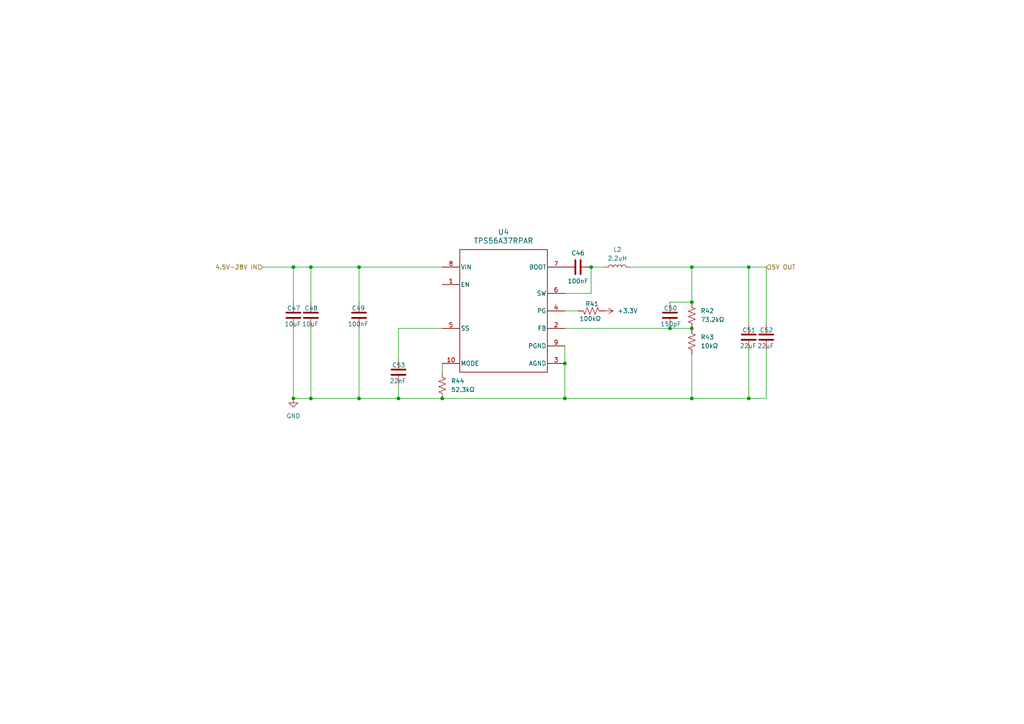
<source format=kicad_sch>
(kicad_sch (version 20231120) (generator "eeschema") (generator_version "8.0")
  (paper "A4")
  (lib_symbols
    (symbol "CM5IO:TPS56A37RPAR" (pin_names (offset 0.254))
      (property "Reference" "U" (at 0 2.54 0))
      (property "Value" "TPS56A37RPAR" (at 0 0 0))
      (symbol "TPS56A37RPAR_0_1"
        (polyline (pts (xy 5.08 -30.48) (xy 30.48 -30.48)) (stroke (width 0.2032)))
        (polyline (pts (xy 5.08 5.08) (xy 5.08 -30.48)) (stroke (width 0.2032)))
        (polyline (pts (xy 30.48 -30.48) (xy 30.48 5.08)) (stroke (width 0.2032)))
        (polyline (pts (xy 30.48 5.08) (xy 5.08 5.08)) (stroke (width 0.2032)))
        (pin input line (at 0 -5.08 0) (length 5.08) (name "EN") (number "1"))
        (pin unspecified line (at 0 -27.94 0) (length 5.08) (name "MODE") (number "10"))
        (pin unspecified line (at 35.56 -17.78 180) (length 5.08) (name "FB") (number "2"))
        (pin power_in line (at 35.56 -27.94 180) (length 5.08) (name "AGND") (number "3"))
        (pin open_collector line (at 35.56 -12.7 180) (length 5.08) (name "PG") (number "4"))
        (pin unspecified line (at 0 -17.78 0) (length 5.08) (name "SS") (number "5"))
        (pin unspecified line (at 35.56 -7.62 180) (length 5.08) (name "SW") (number "6"))
        (pin unspecified line (at 35.56 0 180) (length 5.08) (name "BOOT") (number "7"))
        (pin power_in line (at 0 0 0) (length 5.08) (name "VIN") (number "8"))
        (pin power_in line (at 35.56 -22.86 180) (length 5.08) (name "PGND") (number "9"))
      )
    )
    (symbol "Device:C" (pin_numbers hide) (pin_names (offset 0.254))
      (property "Reference" "C" (at 0.635 2.54 0))
      (property "Value" "C" (at 0.635 -2.54 0))
      (symbol "C_0_1"
        (polyline (pts (xy -2.032 -0.762) (xy 2.032 -0.762)) (stroke (width 0.508)))
        (polyline (pts (xy -2.032 0.762) (xy 2.032 0.762)) (stroke (width 0.508)))
      )
      (symbol "C_1_1"
        (pin passive line (at 0 3.81 270) (length 2.794) (name "~") (number "1"))
        (pin passive line (at 0 -3.81 90) (length 2.794) (name "~") (number "2"))
      )
    )
    (symbol "Device:L" (pin_numbers hide) (pin_names (offset 1.016) hide)
      (property "Reference" "L" (at -1.27 0 90))
      (property "Value" "L" (at 1.905 0 90))
      (symbol "L_0_1"
        (arc (start 0 -2.54) (mid 0.6323 -1.905) (end 0 -1.27))
        (arc (start 0 -1.27) (mid 0.6323 -0.635) (end 0 0))
        (arc (start 0 0) (mid 0.6323 0.635) (end 0 1.27))
        (arc (start 0 1.27) (mid 0.6323 1.905) (end 0 2.54))
      )
      (symbol "L_1_1"
        (pin passive line (at 0 3.81 270) (length 1.27) (name "1") (number "1"))
        (pin passive line (at 0 -3.81 90) (length 1.27) (name "2") (number "2"))
      )
    )
    (symbol "Device:R_US" (pin_numbers hide) (pin_names (offset 0))
      (property "Reference" "R" (at 2.54 0 90))
      (property "Value" "R_US" (at -2.54 0 90))
      (symbol "R_US_0_1"
        (polyline (pts (xy 0 -2.286) (xy 0 -2.54)))
        (polyline (pts (xy 0 2.286) (xy 0 2.54)))
        (polyline (pts (xy 0 -0.762) (xy 1.016 -1.143) (xy 0 -1.524) (xy -1.016 -1.905) (xy 0 -2.286)))
        (polyline (pts (xy 0 0.762) (xy 1.016 0.381) (xy 0 0) (xy -1.016 -0.381) (xy 0 -0.762)))
        (polyline (pts (xy 0 2.286) (xy 1.016 1.905) (xy 0 1.524) (xy -1.016 1.143) (xy 0 0.762)))
      )
      (symbol "R_US_1_1"
        (pin passive line (at 0 3.81 270) (length 1.27) (name "~") (number "1"))
        (pin passive line (at 0 -3.81 90) (length 1.27) (name "~") (number "2"))
      )
    )
    (symbol "power:+3.3V" (power) (pin_numbers hide) (pin_names (offset 0) hide)
      (property "Value" "+3.3V" (at 0 3.556 0))
      (symbol "+3.3V_0_1"
        (polyline (pts (xy -0.762 1.27) (xy 0 2.54)))
        (polyline (pts (xy 0 0) (xy 0 2.54)))
        (polyline (pts (xy 0 2.54) (xy 0.762 1.27)))
      )
      (symbol "+3.3V_1_1"
        (pin power_in line (at 0 0 90) (length 0) (name "~") (number "1"))
      )
    )
    (symbol "power:GND" (power) (pin_numbers hide) (pin_names (offset 0) hide)
      (property "Value" "GND" (at 0 -3.81 0))
      (symbol "GND_0_1"
        (polyline (pts (xy 0 0) (xy 0 -1.27) (xy 1.27 -1.27) (xy 0 -2.54) (xy -1.27 -1.27) (xy 0 -1.27)))
      )
      (symbol "GND_1_1"
        (pin power_in line (at 0 0 270) (length 0) (name "~") (number "1"))
      )
    )
  )
  (junction (at 200.66 95.25))
  (junction (at 217.17 77.47))
  (junction (at 128.27 115.57))
  (junction (at 104.14 77.47))
  (junction (at 171.45 77.47))
  (junction (at 104.14 115.57))
  (junction (at 163.83 105.41))
  (junction (at 85.09 115.57))
  (junction (at 217.17 115.57))
  (junction (at 200.66 115.57))
  (junction (at 194.31 95.25))
  (junction (at 200.66 77.47))
  (junction (at 115.57 115.57))
  (junction (at 90.17 77.47))
  (junction (at 90.17 115.57))
  (junction (at 163.83 115.57))
  (junction (at 200.66 87.63))
  (junction (at 85.09 77.47))
  (wire (pts (xy 171.45 85.09) (xy 171.45 77.47)))
  (wire (pts (xy 163.83 95.25) (xy 194.31 95.25)))
  (wire (pts (xy 104.14 77.47) (xy 128.27 77.47)))
  (wire (pts (xy 163.83 90.17) (xy 167.64 90.17)))
  (wire (pts (xy 222.25 115.57) (xy 217.17 115.57)))
  (wire (pts (xy 76.2 77.47) (xy 85.09 77.47)))
  (wire (pts (xy 200.66 77.47) (xy 200.66 87.63)))
  (wire (pts (xy 128.27 115.57) (xy 163.83 115.57)))
  (wire (pts (xy 104.14 87.63) (xy 104.14 77.47)))
  (wire (pts (xy 217.17 77.47) (xy 222.25 77.47)))
  (wire (pts (xy 90.17 77.47) (xy 104.14 77.47)))
  (wire (pts (xy 217.17 101.6) (xy 217.17 115.57)))
  (wire (pts (xy 194.31 95.25) (xy 200.66 95.25)))
  (wire (pts (xy 200.66 115.57) (xy 163.83 115.57)))
  (wire (pts (xy 163.83 85.09) (xy 171.45 85.09)))
  (wire (pts (xy 115.57 104.14) (xy 115.57 95.25)))
  (wire (pts (xy 90.17 87.63) (xy 90.17 77.47)))
  (wire (pts (xy 85.09 95.25) (xy 85.09 115.57)))
  (wire (pts (xy 217.17 93.98) (xy 217.17 77.47)))
  (wire (pts (xy 175.26 77.47) (xy 171.45 77.47)))
  (wire (pts (xy 115.57 95.25) (xy 128.27 95.25)))
  (wire (pts (xy 90.17 115.57) (xy 104.14 115.57)))
  (wire (pts (xy 217.17 115.57) (xy 200.66 115.57)))
  (wire (pts (xy 222.25 93.98) (xy 222.25 77.47)))
  (wire (pts (xy 128.27 107.95) (xy 128.27 105.41)))
  (wire (pts (xy 90.17 95.25) (xy 90.17 115.57)))
  (wire (pts (xy 85.09 87.63) (xy 85.09 77.47)))
  (wire (pts (xy 163.83 100.33) (xy 163.83 105.41)))
  (wire (pts (xy 200.66 102.87) (xy 200.66 115.57)))
  (wire (pts (xy 200.66 77.47) (xy 217.17 77.47)))
  (wire (pts (xy 85.09 77.47) (xy 90.17 77.47)))
  (wire (pts (xy 85.09 115.57) (xy 90.17 115.57)))
  (wire (pts (xy 194.31 87.63) (xy 200.66 87.63)))
  (wire (pts (xy 104.14 95.25) (xy 104.14 115.57)))
  (wire (pts (xy 222.25 101.6) (xy 222.25 115.57)))
  (wire (pts (xy 104.14 115.57) (xy 115.57 115.57)))
  (wire (pts (xy 163.83 105.41) (xy 163.83 115.57)))
  (wire (pts (xy 115.57 115.57) (xy 115.57 111.76)))
  (wire (pts (xy 182.88 77.47) (xy 200.66 77.47)))
  (wire (pts (xy 115.57 115.57) (xy 128.27 115.57)))
  (hierarchical_label "5V OUT" (shape input) (at 222.25 77.47 0))
  (hierarchical_label "4.5V-28V IN" (shape input) (at 76.2 77.47 180))
  (symbol (lib_id "Device:C") (at 115.57 107.95 0) (mirror x) (unit 1)
    (property "Reference" "C53" (at 117.602 105.918 0) (effects (justify right)))
    (property "Value" "22nF" (at 117.856 110.49 0) (effects (justify right)))
    (property "Footprint" "Capacitor_SMD:C_0402_1005Metric_Pad0.74x0.62mm_HandSolder" (effects (hide yes)))
    (property "Description" "Unpolarized capacitor" (effects (hide yes)))
    (instances (project "" (path "" (reference "C53") (unit 1))) (project "PiPortable" (path "" (reference "C10") (unit 1))))
  )
  (symbol (lib_id "Device:R_US") (at 200.66 91.44 0) (unit 1)
    (property "Reference" "R42" (at 203.2 90.1699 0) (effects (justify left)))
    (property "Value" "73.2kΩ" (at 203.2 92.7099 0) (effects (justify left)))
    (property "Footprint" "Resistor_SMD:R_0402_1005Metric_Pad0.72x0.64mm_HandSolder" (effects (hide yes)))
    (property "Description" "Resistor, US symbol" (effects (hide yes)))
    (instances (project "" (path "" (reference "R42") (unit 1))) (project "PiPortable" (path "" (reference "R10") (unit 1))))
  )
  (symbol (lib_id "Device:C") (at 222.25 97.79 0) (mirror x) (unit 1)
    (property "Reference" "C52" (at 224.282 95.758 0) (effects (justify right)))
    (property "Value" "22uF" (at 224.536 100.33 0) (effects (justify right)))
    (property "Footprint" "Capacitor_SMD:C_0603_1608Metric_Pad1.08x0.95mm_HandSolder" (effects (hide yes)))
    (property "Description" "Unpolarized capacitor" (effects (hide yes)))
    (instances (project "" (path "" (reference "C52") (unit 1))) (project "PiPortable" (path "" (reference "C9") (unit 1))))
  )
  (symbol (lib_id "Device:C") (at 194.31 91.44 180) (unit 1)
    (property "Reference" "C50" (at 192.532 89.408 0) (effects (justify right)))
    (property "Value" "150pF" (at 191.516 93.98 0) (effects (justify right)))
    (property "Footprint" "Capacitor_SMD:C_0603_1608Metric_Pad1.08x0.95mm_HandSolder" (effects (hide yes)))
    (property "Description" "Unpolarized capacitor" (effects (hide yes)))
    (instances (project "" (path "" (reference "C50") (unit 1))) (project "PiPortable" (path "" (reference "C7") (unit 1))))
  )
  (symbol (lib_id "Device:R_US") (at 171.45 90.17 270) (mirror x) (unit 1)
    (property "Reference" "R41" (at 171.704 88.138 90))
    (property "Value" "100kΩ" (at 171.196 92.456 90))
    (property "Footprint" "Resistor_SMD:R_0402_1005Metric_Pad0.72x0.64mm_HandSolder" (effects (hide yes)))
    (property "Description" "Resistor, US symbol" (effects (hide yes)))
    (instances (project "" (path "" (reference "R41") (unit 1))) (project "PiPortable" (path "" (reference "R9") (unit 1))))
  )
  (symbol (lib_id "Device:C") (at 104.14 91.44 0) (mirror x) (unit 1)
    (property "Reference" "C49" (at 105.918 89.408 0) (effects (justify right)))
    (property "Value" "100nF" (at 106.934 93.98 0) (effects (justify right)))
    (property "Footprint" "Capacitor_SMD:C_0402_1005Metric_Pad0.74x0.62mm_HandSolder" (effects (hide yes)))
    (property "Description" "Unpolarized capacitor" (effects (hide yes)))
    (instances (project "" (path "" (reference "C49") (unit 1))) (project "PiPortable" (path "" (reference "C6") (unit 1))))
  )
  (symbol (lib_id "Device:L") (at 179.07 77.47 90) (unit 1)
    (property "Reference" "L2" (at 179.07 72.39 90))
    (property "Value" "2.2uH" (at 179.07 74.93 90))
    (property "Footprint" "Inductor_SMD:L_Coilcraft_XAL7030-222" (effects (hide yes)))
    (property "Description" "Inductor" (effects (hide yes)))
    (instances (project "" (path "" (reference "L2") (unit 1))) (project "PiPortable" (path "" (reference "L1") (unit 1))))
  )
  (symbol (lib_id "CM5IO:TPS56A37RPAR") (at 128.27 77.47 0) (unit 1)
    (property "Reference" "U4" (at 146.05 67.31 0) (effects (font (size 1.524 1.524))))
    (property "Value" "TPS56A37RPAR" (at 146.05 69.85 0) (effects (font (size 1.524 1.524))))
    (property "Footprint" "CM5IO:RPA0010A-MFG" (effects (hide yes)))
    (property "Datasheet" "TPS56A37RPAR" (effects (hide yes)))
    (instances (project "" (path "" (reference "U4") (unit 1))) (project "PiPortable" (path "" (reference "U12") (unit 1))))
  )
  (symbol (lib_id "Device:C") (at 167.64 77.47 90) (unit 1)
    (property "Reference" "C46" (at 167.64 73.406 90))
    (property "Value" "100nF" (at 167.64 81.534 90))
    (property "Footprint" "Capacitor_SMD:C_0402_1005Metric_Pad0.74x0.62mm_HandSolder" (effects (hide yes)))
    (property "Description" "Unpolarized capacitor" (effects (hide yes)))
    (instances (project "" (path "" (reference "C46") (unit 1))) (project "PiPortable" (path "" (reference "C3") (unit 1))))
  )
  (symbol (lib_id "power:+3.3V") (at 175.26 90.17 270) (mirror x) (unit 1)
    (property "Reference" "#PWR042" (effects (hide yes)))
    (property "Value" "+3.3V" (at 179.07 90.1699 90) (effects (justify left)))
    (property "Description" "Power symbol creates a global label with name \"+3.3V\"" (effects (hide yes)))
    (instances (project "" (path "" (reference "#PWR042") (unit 1))) (project "PiPortable" (path "" (reference "#PWR090") (unit 1))))
  )
  (symbol (lib_id "Device:C") (at 85.09 91.44 0) (mirror x) (unit 1)
    (property "Reference" "C47" (at 87.122 89.408 0) (effects (justify right)))
    (property "Value" "10uF" (at 87.376 93.98 0) (effects (justify right)))
    (property "Footprint" "Capacitor_SMD:C_0603_1608Metric_Pad1.08x0.95mm_HandSolder" (effects (hide yes)))
    (property "Description" "Unpolarized capacitor" (effects (hide yes)))
    (instances (project "" (path "" (reference "C47") (unit 1))) (project "PiPortable" (path "" (reference "C4") (unit 1))))
  )
  (symbol (lib_id "Device:C") (at 217.17 97.79 0) (mirror x) (unit 1)
    (property "Reference" "C51" (at 219.202 95.758 0) (effects (justify right)))
    (property "Value" "22uF" (at 219.456 100.33 0) (effects (justify right)))
    (property "Footprint" "Capacitor_SMD:C_0603_1608Metric_Pad1.08x0.95mm_HandSolder" (effects (hide yes)))
    (property "Description" "Unpolarized capacitor" (effects (hide yes)))
    (instances (project "" (path "" (reference "C51") (unit 1))) (project "PiPortable" (path "" (reference "C8") (unit 1))))
  )
  (symbol (lib_id "Device:R_US") (at 128.27 111.76 0) (unit 1)
    (property "Reference" "R44" (at 130.81 110.4899 0) (effects (justify left)))
    (property "Value" "52.3kΩ" (at 130.81 113.0299 0) (effects (justify left)))
    (property "Footprint" "Resistor_SMD:R_0402_1005Metric_Pad0.72x0.64mm_HandSolder" (effects (hide yes)))
    (property "Description" "Resistor, US symbol" (effects (hide yes)))
    (instances (project "" (path "" (reference "R44") (unit 1))) (project "PiPortable" (path "" (reference "R12") (unit 1))))
  )
  (symbol (lib_id "Device:C") (at 90.17 91.44 0) (mirror x) (unit 1)
    (property "Reference" "C48" (at 92.202 89.408 0) (effects (justify right)))
    (property "Value" "10uF" (at 92.456 93.98 0) (effects (justify right)))
    (property "Footprint" "Capacitor_SMD:C_0603_1608Metric_Pad1.08x0.95mm_HandSolder" (effects (hide yes)))
    (property "Description" "Unpolarized capacitor" (effects (hide yes)))
    (instances (project "" (path "" (reference "C48") (unit 1))) (project "PiPortable" (path "" (reference "C5") (unit 1))))
  )
  (symbol (lib_id "Device:R_US") (at 200.66 99.06 0) (unit 1)
    (property "Reference" "R43" (at 203.2 97.7899 0) (effects (justify left)))
    (property "Value" "10kΩ" (at 203.2 100.3299 0) (effects (justify left)))
    (property "Footprint" "Resistor_SMD:R_0402_1005Metric_Pad0.72x0.64mm_HandSolder" (effects (hide yes)))
    (property "Description" "Resistor, US symbol" (effects (hide yes)))
    (instances (project "" (path "" (reference "R43") (unit 1))) (project "PiPortable" (path "" (reference "R11") (unit 1))))
  )
  (symbol (lib_id "power:GND") (at 85.09 115.57 0) (unit 1)
    (property "Reference" "#PWR043" (effects (hide yes)))
    (property "Value" "GND" (at 85.09 120.65 0))
    (property "Description" "Power symbol creates a global label with name \"GND\" , ground" (effects (hide yes)))
    (instances (project "" (path "" (reference "#PWR043") (unit 1))) (project "PiPortable" (path "" (reference "#PWR093") (unit 1))))
  )
)
</source>
